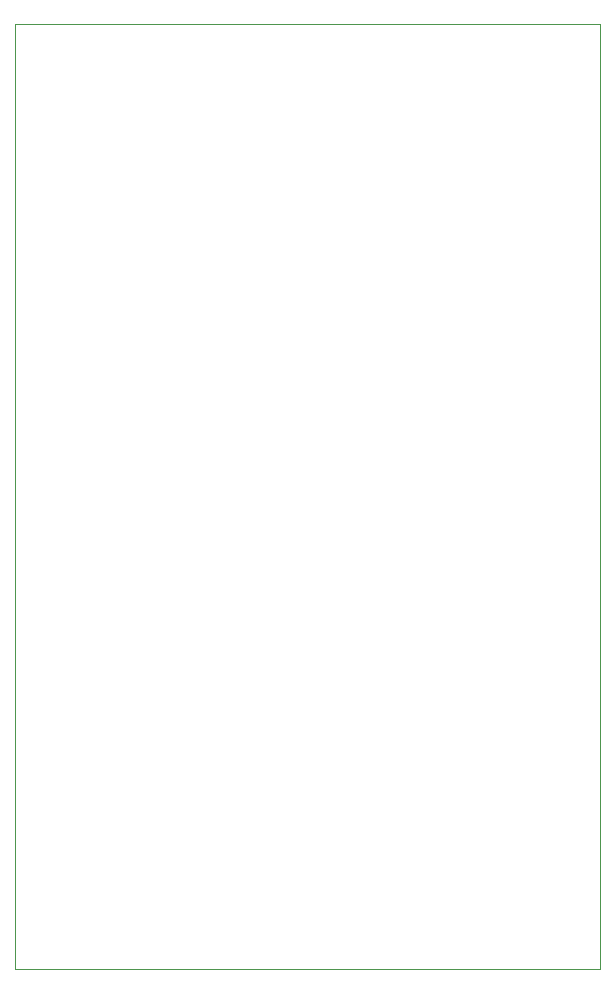
<source format=gbr>
%TF.GenerationSoftware,KiCad,Pcbnew,(5.1.7)-1*%
%TF.CreationDate,2021-01-23T22:43:51+00:00*%
%TF.ProjectId,Projeto1,50726f6a-6574-46f3-912e-6b696361645f,rev?*%
%TF.SameCoordinates,Original*%
%TF.FileFunction,Profile,NP*%
%FSLAX46Y46*%
G04 Gerber Fmt 4.6, Leading zero omitted, Abs format (unit mm)*
G04 Created by KiCad (PCBNEW (5.1.7)-1) date 2021-01-23 22:43:51*
%MOMM*%
%LPD*%
G01*
G04 APERTURE LIST*
%TA.AperFunction,Profile*%
%ADD10C,0.050000*%
%TD*%
G04 APERTURE END LIST*
D10*
X114046000Y-148336000D02*
X114046000Y-149860000D01*
X163576000Y-148336000D02*
X163576000Y-149860000D01*
X163576000Y-69850000D02*
X163576000Y-148336000D01*
X163322000Y-69850000D02*
X163576000Y-69850000D01*
X114046000Y-69850000D02*
X163322000Y-69850000D01*
X114046000Y-70104000D02*
X114046000Y-69850000D01*
X114046000Y-148336000D02*
X114046000Y-70104000D01*
X163576000Y-149860000D02*
X114046000Y-149860000D01*
M02*

</source>
